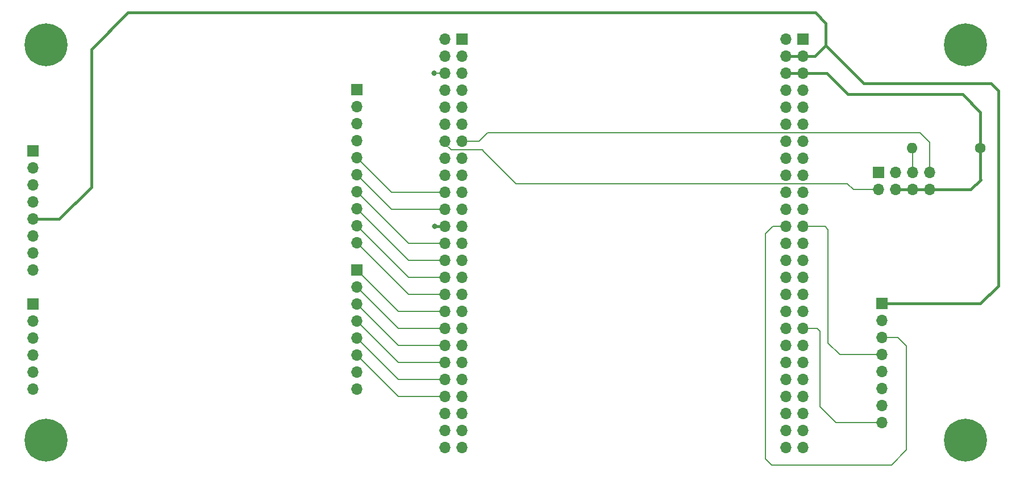
<source format=gbr>
%TF.GenerationSoftware,KiCad,Pcbnew,7.0.1*%
%TF.CreationDate,2023-05-07T16:57:40-06:00*%
%TF.ProjectId,Phase_C_STM_Shield,50686173-655f-4435-9f53-544d5f536869,rev?*%
%TF.SameCoordinates,Original*%
%TF.FileFunction,Copper,L1,Top*%
%TF.FilePolarity,Positive*%
%FSLAX46Y46*%
G04 Gerber Fmt 4.6, Leading zero omitted, Abs format (unit mm)*
G04 Created by KiCad (PCBNEW 7.0.1) date 2023-05-07 16:57:40*
%MOMM*%
%LPD*%
G01*
G04 APERTURE LIST*
%TA.AperFunction,ComponentPad*%
%ADD10R,1.700000X1.700000*%
%TD*%
%TA.AperFunction,ComponentPad*%
%ADD11O,1.700000X1.700000*%
%TD*%
%TA.AperFunction,ComponentPad*%
%ADD12C,6.400000*%
%TD*%
%TA.AperFunction,ComponentPad*%
%ADD13C,1.600000*%
%TD*%
%TA.AperFunction,ComponentPad*%
%ADD14O,1.600000X1.600000*%
%TD*%
%TA.AperFunction,ViaPad*%
%ADD15C,0.800000*%
%TD*%
%TA.AperFunction,Conductor*%
%ADD16C,0.203200*%
%TD*%
%TA.AperFunction,Conductor*%
%ADD17C,0.381000*%
%TD*%
G04 APERTURE END LIST*
D10*
%TO.P,J2,1,Pin_1*%
%TO.N,GND*%
X161452400Y-42036200D03*
D11*
%TO.P,J2,2,Pin_2*%
X158912400Y-42036200D03*
%TO.P,J2,3,Pin_3*%
%TO.N,+5V*%
X161452400Y-44576200D03*
%TO.P,J2,4,Pin_4*%
X158912400Y-44576200D03*
%TO.P,J2,5,Pin_5*%
%TO.N,+3V0*%
X161452400Y-47116200D03*
%TO.P,J2,6,Pin_6*%
X158912400Y-47116200D03*
%TO.P,J2,7,Pin_7*%
%TO.N,unconnected-(J2-Pin_7-Pad7)*%
X161452400Y-49656200D03*
%TO.P,J2,8,Pin_8*%
%TO.N,unconnected-(J2-Pin_8-Pad8)*%
X158912400Y-49656200D03*
%TO.P,J2,9,Pin_9*%
%TO.N,unconnected-(J2-Pin_9-Pad9)*%
X161452400Y-52196200D03*
%TO.P,J2,10,Pin_10*%
%TO.N,unconnected-(J2-Pin_10-Pad10)*%
X158912400Y-52196200D03*
%TO.P,J2,11,Pin_11*%
%TO.N,unconnected-(J2-Pin_11-Pad11)*%
X161452400Y-54736200D03*
%TO.P,J2,12,Pin_12*%
%TO.N,unconnected-(J2-Pin_12-Pad12)*%
X158912400Y-54736200D03*
%TO.P,J2,13,Pin_13*%
%TO.N,unconnected-(J2-Pin_13-Pad13)*%
X161452400Y-57276200D03*
%TO.P,J2,14,Pin_14*%
%TO.N,unconnected-(J2-Pin_14-Pad14)*%
X158912400Y-57276200D03*
%TO.P,J2,15,Pin_15*%
%TO.N,unconnected-(J2-Pin_15-Pad15)*%
X161452400Y-59816200D03*
%TO.P,J2,16,Pin_16*%
%TO.N,unconnected-(J2-Pin_16-Pad16)*%
X158912400Y-59816200D03*
%TO.P,J2,17,Pin_17*%
%TO.N,unconnected-(J2-Pin_17-Pad17)*%
X161452400Y-62356200D03*
%TO.P,J2,18,Pin_18*%
%TO.N,unconnected-(J2-Pin_18-Pad18)*%
X158912400Y-62356200D03*
%TO.P,J2,19,Pin_19*%
%TO.N,unconnected-(J2-Pin_19-Pad19)*%
X161452400Y-64896200D03*
%TO.P,J2,20,Pin_20*%
%TO.N,unconnected-(J2-Pin_20-Pad20)*%
X158912400Y-64896200D03*
%TO.P,J2,21,Pin_21*%
%TO.N,unconnected-(J2-Pin_21-Pad21)*%
X161452400Y-67436200D03*
%TO.P,J2,22,Pin_22*%
%TO.N,unconnected-(J2-Pin_22-Pad22)*%
X158912400Y-67436200D03*
%TO.P,J2,23,Pin_23*%
%TO.N,SDA*%
X161452400Y-69976200D03*
%TO.P,J2,24,Pin_24*%
%TO.N,SCL*%
X158912400Y-69976200D03*
%TO.P,J2,25,Pin_25*%
%TO.N,unconnected-(J2-Pin_25-Pad25)*%
X161452400Y-72516200D03*
%TO.P,J2,26,Pin_26*%
%TO.N,unconnected-(J2-Pin_26-Pad26)*%
X158912400Y-72516200D03*
%TO.P,J2,27,Pin_27*%
%TO.N,unconnected-(J2-Pin_27-Pad27)*%
X161452400Y-75056200D03*
%TO.P,J2,28,Pin_28*%
%TO.N,unconnected-(J2-Pin_28-Pad28)*%
X158912400Y-75056200D03*
%TO.P,J2,29,Pin_29*%
%TO.N,unconnected-(J2-Pin_29-Pad29)*%
X161452400Y-77596200D03*
%TO.P,J2,30,Pin_30*%
%TO.N,unconnected-(J2-Pin_30-Pad30)*%
X158912400Y-77596200D03*
%TO.P,J2,31,Pin_31*%
%TO.N,unconnected-(J2-Pin_31-Pad31)*%
X161452400Y-80136200D03*
%TO.P,J2,32,Pin_32*%
%TO.N,unconnected-(J2-Pin_32-Pad32)*%
X158912400Y-80136200D03*
%TO.P,J2,33,Pin_33*%
%TO.N,unconnected-(J2-Pin_33-Pad33)*%
X161452400Y-82676200D03*
%TO.P,J2,34,Pin_34*%
%TO.N,unconnected-(J2-Pin_34-Pad34)*%
X158912400Y-82676200D03*
%TO.P,J2,35,Pin_35*%
%TO.N,INT*%
X161452400Y-85216200D03*
%TO.P,J2,36,Pin_36*%
%TO.N,unconnected-(J2-Pin_36-Pad36)*%
X158912400Y-85216200D03*
%TO.P,J2,37,Pin_37*%
%TO.N,unconnected-(J2-Pin_37-Pad37)*%
X161452400Y-87756200D03*
%TO.P,J2,38,Pin_38*%
%TO.N,unconnected-(J2-Pin_38-Pad38)*%
X158912400Y-87756200D03*
%TO.P,J2,39,Pin_39*%
%TO.N,unconnected-(J2-Pin_39-Pad39)*%
X161452400Y-90296200D03*
%TO.P,J2,40,Pin_40*%
%TO.N,unconnected-(J2-Pin_40-Pad40)*%
X158912400Y-90296200D03*
%TO.P,J2,41,Pin_41*%
%TO.N,unconnected-(J2-Pin_41-Pad41)*%
X161452400Y-92836200D03*
%TO.P,J2,42,Pin_42*%
%TO.N,unconnected-(J2-Pin_42-Pad42)*%
X158912400Y-92836200D03*
%TO.P,J2,43,Pin_43*%
%TO.N,unconnected-(J2-Pin_43-Pad43)*%
X161452400Y-95376200D03*
%TO.P,J2,44,Pin_44*%
%TO.N,unconnected-(J2-Pin_44-Pad44)*%
X158912400Y-95376200D03*
%TO.P,J2,45,Pin_45*%
%TO.N,unconnected-(J2-Pin_45-Pad45)*%
X161452400Y-97916200D03*
%TO.P,J2,46,Pin_46*%
%TO.N,unconnected-(J2-Pin_46-Pad46)*%
X158912400Y-97916200D03*
%TO.P,J2,47,Pin_47*%
%TO.N,unconnected-(J2-Pin_47-Pad47)*%
X161452400Y-100456200D03*
%TO.P,J2,48,Pin_48*%
%TO.N,unconnected-(J2-Pin_48-Pad48)*%
X158912400Y-100456200D03*
%TO.P,J2,49,Pin_49*%
%TO.N,GND*%
X161452400Y-102996200D03*
%TO.P,J2,50,Pin_50*%
X158912400Y-102996200D03*
%TD*%
D12*
%TO.P,H3,1*%
%TO.N,N/C*%
X185699400Y-101879400D03*
%TD*%
D10*
%TO.P,J6,1,Pin_1*%
%TO.N,SH_CP*%
X94970600Y-76454000D03*
D11*
%TO.P,J6,2,Pin_2*%
%TO.N,Buzzer*%
X94970600Y-78994000D03*
%TO.P,J6,3,Pin_3*%
%TO.N,RED_LED*%
X94970600Y-81534000D03*
%TO.P,J6,4,Pin_4*%
%TO.N,GREEN_LED*%
X94970600Y-84074000D03*
%TO.P,J6,5,Pin_5*%
%TO.N,Button_2*%
X94970600Y-86614000D03*
%TO.P,J6,6,Pin_6*%
%TO.N,Button_1*%
X94970600Y-89154000D03*
%TO.P,J6,7,Pin_7*%
%TO.N,unconnected-(J6-Pin_7-Pad7)*%
X94970600Y-91694000D03*
%TO.P,J6,8,Pin_8*%
%TO.N,unconnected-(J6-Pin_8-Pad8)*%
X94970600Y-94234000D03*
%TD*%
D10*
%TO.P,J7,1,Pin_1*%
%TO.N,GND*%
X172704600Y-61930600D03*
D11*
%TO.P,J7,2,Pin_2*%
%TO.N,TX*%
X172704600Y-64470600D03*
%TO.P,J7,3,Pin_3*%
%TO.N,unconnected-(J7-Pin_3-Pad3)*%
X175244600Y-61930600D03*
%TO.P,J7,4,Pin_4*%
%TO.N,+3V0*%
X175244600Y-64470600D03*
%TO.P,J7,5,Pin_5*%
%TO.N,Net-(J7-Pin_5)*%
X177784600Y-61930600D03*
%TO.P,J7,6,Pin_6*%
%TO.N,+3V0*%
X177784600Y-64470600D03*
%TO.P,J7,7,Pin_7*%
%TO.N,RX*%
X180324600Y-61930600D03*
%TO.P,J7,8,Pin_8*%
%TO.N,+3V0*%
X180324600Y-64470600D03*
%TD*%
D10*
%TO.P,J1,1,Pin_1*%
%TO.N,GND*%
X110662400Y-42016200D03*
D11*
%TO.P,J1,2,Pin_2*%
X108122400Y-42016200D03*
%TO.P,J1,3,Pin_3*%
%TO.N,unconnected-(J1-Pin_3-Pad3)*%
X110662400Y-44556200D03*
%TO.P,J1,4,Pin_4*%
%TO.N,unconnected-(J1-Pin_4-Pad4)*%
X108122400Y-44556200D03*
%TO.P,J1,5,Pin_5*%
%TO.N,unconnected-(J1-Pin_5-Pad5)*%
X110662400Y-47096200D03*
%TO.P,J1,6,Pin_6*%
%TO.N,GND*%
X108122400Y-47096200D03*
%TO.P,J1,7,Pin_7*%
%TO.N,unconnected-(J1-Pin_7-Pad7)*%
X110662400Y-49636200D03*
%TO.P,J1,8,Pin_8*%
%TO.N,unconnected-(J1-Pin_8-Pad8)*%
X108122400Y-49636200D03*
%TO.P,J1,9,Pin_9*%
%TO.N,unconnected-(J1-Pin_9-Pad9)*%
X110662400Y-52176200D03*
%TO.P,J1,10,Pin_10*%
%TO.N,unconnected-(J1-Pin_10-Pad10)*%
X108122400Y-52176200D03*
%TO.P,J1,11,Pin_11*%
%TO.N,unconnected-(J1-Pin_11-Pad11)*%
X110662400Y-54716200D03*
%TO.P,J1,12,Pin_12*%
%TO.N,unconnected-(J1-Pin_12-Pad12)*%
X108122400Y-54716200D03*
%TO.P,J1,13,Pin_13*%
%TO.N,RX*%
X110662400Y-57256200D03*
%TO.P,J1,14,Pin_14*%
%TO.N,TX*%
X108122400Y-57256200D03*
%TO.P,J1,15,Pin_15*%
%TO.N,unconnected-(J1-Pin_15-Pad15)*%
X110662400Y-59796200D03*
%TO.P,J1,16,Pin_16*%
%TO.N,unconnected-(J1-Pin_16-Pad16)*%
X108122400Y-59796200D03*
%TO.P,J1,17,Pin_17*%
%TO.N,unconnected-(J1-Pin_17-Pad17)*%
X110662400Y-62336200D03*
%TO.P,J1,18,Pin_18*%
%TO.N,unconnected-(J1-Pin_18-Pad18)*%
X108122400Y-62336200D03*
%TO.P,J1,19,Pin_19*%
%TO.N,unconnected-(J1-Pin_19-Pad19)*%
X110662400Y-64876200D03*
%TO.P,J1,20,Pin_20*%
%TO.N,Dig1*%
X108122400Y-64876200D03*
%TO.P,J1,21,Pin_21*%
%TO.N,unconnected-(J1-Pin_21-Pad21)*%
X110662400Y-67416200D03*
%TO.P,J1,22,Pin_22*%
%TO.N,Dig2*%
X108122400Y-67416200D03*
%TO.P,J1,23,Pin_23*%
%TO.N,unconnected-(J1-Pin_23-Pad23)*%
X110662400Y-69956200D03*
%TO.P,J1,24,Pin_24*%
%TO.N,GND*%
X108122400Y-69956200D03*
%TO.P,J1,25,Pin_25*%
%TO.N,unconnected-(J1-Pin_25-Pad25)*%
X110662400Y-72496200D03*
%TO.P,J1,26,Pin_26*%
%TO.N,Dig3*%
X108122400Y-72496200D03*
%TO.P,J1,27,Pin_27*%
%TO.N,unconnected-(J1-Pin_27-Pad27)*%
X110662400Y-75036200D03*
%TO.P,J1,28,Pin_28*%
%TO.N,Dig4*%
X108122400Y-75036200D03*
%TO.P,J1,29,Pin_29*%
%TO.N,unconnected-(J1-Pin_29-Pad29)*%
X110662400Y-77576200D03*
%TO.P,J1,30,Pin_30*%
%TO.N,DS*%
X108122400Y-77576200D03*
%TO.P,J1,31,Pin_31*%
%TO.N,unconnected-(J1-Pin_31-Pad31)*%
X110662400Y-80116200D03*
%TO.P,J1,32,Pin_32*%
%TO.N,ST_CP*%
X108122400Y-80116200D03*
%TO.P,J1,33,Pin_33*%
%TO.N,unconnected-(J1-Pin_33-Pad33)*%
X110662400Y-82656200D03*
%TO.P,J1,34,Pin_34*%
%TO.N,SH_CP*%
X108122400Y-82656200D03*
%TO.P,J1,35,Pin_35*%
%TO.N,unconnected-(J1-Pin_35-Pad35)*%
X110662400Y-85196200D03*
%TO.P,J1,36,Pin_36*%
%TO.N,Buzzer*%
X108122400Y-85196200D03*
%TO.P,J1,37,Pin_37*%
%TO.N,unconnected-(J1-Pin_37-Pad37)*%
X110662400Y-87736200D03*
%TO.P,J1,38,Pin_38*%
%TO.N,RED_LED*%
X108122400Y-87736200D03*
%TO.P,J1,39,Pin_39*%
%TO.N,unconnected-(J1-Pin_39-Pad39)*%
X110662400Y-90276200D03*
%TO.P,J1,40,Pin_40*%
%TO.N,GREEN_LED*%
X108122400Y-90276200D03*
%TO.P,J1,41,Pin_41*%
%TO.N,unconnected-(J1-Pin_41-Pad41)*%
X110662400Y-92816200D03*
%TO.P,J1,42,Pin_42*%
%TO.N,Button_2*%
X108122400Y-92816200D03*
%TO.P,J1,43,Pin_43*%
%TO.N,unconnected-(J1-Pin_43-Pad43)*%
X110662400Y-95356200D03*
%TO.P,J1,44,Pin_44*%
%TO.N,Button_1*%
X108122400Y-95356200D03*
%TO.P,J1,45,Pin_45*%
%TO.N,unconnected-(J1-Pin_45-Pad45)*%
X110662400Y-97896200D03*
%TO.P,J1,46,Pin_46*%
%TO.N,unconnected-(J1-Pin_46-Pad46)*%
X108122400Y-97896200D03*
%TO.P,J1,47,Pin_47*%
%TO.N,unconnected-(J1-Pin_47-Pad47)*%
X110662400Y-100436200D03*
%TO.P,J1,48,Pin_48*%
%TO.N,unconnected-(J1-Pin_48-Pad48)*%
X108122400Y-100436200D03*
%TO.P,J1,49,Pin_49*%
%TO.N,GND*%
X110662400Y-102976200D03*
%TO.P,J1,50,Pin_50*%
X108122400Y-102976200D03*
%TD*%
D10*
%TO.P,J4,1,Pin_1*%
%TO.N,unconnected-(J4-Pin_1-Pad1)*%
X46710600Y-81534000D03*
D11*
%TO.P,J4,2,Pin_2*%
%TO.N,unconnected-(J4-Pin_2-Pad2)*%
X46710600Y-84074000D03*
%TO.P,J4,3,Pin_3*%
%TO.N,unconnected-(J4-Pin_3-Pad3)*%
X46710600Y-86614000D03*
%TO.P,J4,4,Pin_4*%
%TO.N,unconnected-(J4-Pin_4-Pad4)*%
X46710600Y-89154000D03*
%TO.P,J4,5,Pin_5*%
%TO.N,unconnected-(J4-Pin_5-Pad5)*%
X46710600Y-91694000D03*
%TO.P,J4,6,Pin_6*%
%TO.N,unconnected-(J4-Pin_6-Pad6)*%
X46710600Y-94234000D03*
%TD*%
D10*
%TO.P,J3,1,Pin_1*%
%TO.N,unconnected-(J3-Pin_1-Pad1)*%
X46710600Y-58674000D03*
D11*
%TO.P,J3,2,Pin_2*%
%TO.N,unconnected-(J3-Pin_2-Pad2)*%
X46710600Y-61214000D03*
%TO.P,J3,3,Pin_3*%
%TO.N,unconnected-(J3-Pin_3-Pad3)*%
X46710600Y-63754000D03*
%TO.P,J3,4,Pin_4*%
%TO.N,unconnected-(J3-Pin_4-Pad4)*%
X46710600Y-66294000D03*
%TO.P,J3,5,Pin_5*%
%TO.N,+5V*%
X46710600Y-68834000D03*
%TO.P,J3,6,Pin_6*%
%TO.N,GND*%
X46710600Y-71374000D03*
%TO.P,J3,7,Pin_7*%
X46710600Y-73914000D03*
%TO.P,J3,8,Pin_8*%
%TO.N,unconnected-(J3-Pin_8-Pad8)*%
X46710600Y-76454000D03*
%TD*%
D10*
%TO.P,J5,1,Pin_1*%
%TO.N,unconnected-(J5-Pin_1-Pad1)*%
X94970600Y-49530000D03*
D11*
%TO.P,J5,2,Pin_2*%
%TO.N,unconnected-(J5-Pin_2-Pad2)*%
X94970600Y-52070000D03*
%TO.P,J5,3,Pin_3*%
%TO.N,unconnected-(J5-Pin_3-Pad3)*%
X94970600Y-54610000D03*
%TO.P,J5,4,Pin_4*%
%TO.N,GND*%
X94970600Y-57150000D03*
%TO.P,J5,5,Pin_5*%
%TO.N,Dig1*%
X94970600Y-59690000D03*
%TO.P,J5,6,Pin_6*%
%TO.N,Dig2*%
X94970600Y-62230000D03*
%TO.P,J5,7,Pin_7*%
%TO.N,Dig3*%
X94970600Y-64770000D03*
%TO.P,J5,8,Pin_8*%
%TO.N,Dig4*%
X94970600Y-67310000D03*
%TO.P,J5,9,Pin_9*%
%TO.N,DS*%
X94970600Y-69850000D03*
%TO.P,J5,10,Pin_10*%
%TO.N,ST_CP*%
X94970600Y-72390000D03*
%TD*%
D13*
%TO.P,R1,1*%
%TO.N,+3V0*%
X187919200Y-58247600D03*
D14*
%TO.P,R1,2*%
%TO.N,Net-(J7-Pin_5)*%
X177759200Y-58247600D03*
%TD*%
D12*
%TO.P,H4,1*%
%TO.N,N/C*%
X48666400Y-101879400D03*
%TD*%
%TO.P,H1,1*%
%TO.N,N/C*%
X48666400Y-42849800D03*
%TD*%
D10*
%TO.P,J8,1,Pin_1*%
%TO.N,+5V*%
X173202600Y-81483200D03*
D11*
%TO.P,J8,2,Pin_2*%
%TO.N,GND*%
X173202600Y-84023200D03*
%TO.P,J8,3,Pin_3*%
%TO.N,SCL*%
X173202600Y-86563200D03*
%TO.P,J8,4,Pin_4*%
%TO.N,SDA*%
X173202600Y-89103200D03*
%TO.P,J8,5,Pin_5*%
%TO.N,unconnected-(J8-Pin_5-Pad5)*%
X173202600Y-91643200D03*
%TO.P,J8,6,Pin_6*%
%TO.N,unconnected-(J8-Pin_6-Pad6)*%
X173202600Y-94183200D03*
%TO.P,J8,7,Pin_7*%
%TO.N,unconnected-(J8-Pin_7-Pad7)*%
X173202600Y-96723200D03*
%TO.P,J8,8,Pin_8*%
%TO.N,INT*%
X173202600Y-99263200D03*
%TD*%
D12*
%TO.P,H2,1*%
%TO.N,N/C*%
X185699400Y-42824400D03*
%TD*%
D15*
%TO.N,GND*%
X106603800Y-69951600D03*
X106527600Y-47066200D03*
%TD*%
D16*
%TO.N,Dig1*%
X100156800Y-64876200D02*
X108122400Y-64876200D01*
X94970600Y-59690000D02*
X100156800Y-64876200D01*
%TO.N,Dig2*%
X94970600Y-62230000D02*
X100156800Y-67416200D01*
X100156800Y-67416200D02*
X108122400Y-67416200D01*
%TO.N,Dig3*%
X102696800Y-72496200D02*
X108122400Y-72496200D01*
X94970600Y-64770000D02*
X102696800Y-72496200D01*
%TO.N,Buzzer*%
X101172800Y-85196200D02*
X108122400Y-85196200D01*
X94970600Y-78994000D02*
X101172800Y-85196200D01*
D17*
%TO.N,GND*%
X106608400Y-69956200D02*
X106603800Y-69951600D01*
X108122400Y-69956200D02*
X106608400Y-69956200D01*
D16*
X106557600Y-47096200D02*
X106527600Y-47066200D01*
X108122400Y-47096200D02*
X106557600Y-47096200D01*
%TO.N,Dig4*%
X102696800Y-75036200D02*
X94970600Y-67310000D01*
X108122400Y-75036200D02*
X102696800Y-75036200D01*
%TO.N,DS*%
X108122400Y-77576200D02*
X102696800Y-77576200D01*
X102696800Y-77576200D02*
X94970600Y-69850000D01*
%TO.N,ST_CP*%
X108122400Y-80116200D02*
X102696800Y-80116200D01*
X102696800Y-80116200D02*
X94970600Y-72390000D01*
%TO.N,SH_CP*%
X101172800Y-82656200D02*
X94970600Y-76454000D01*
X108122400Y-82656200D02*
X101172800Y-82656200D01*
%TO.N,RED_LED*%
X101172800Y-87736200D02*
X94970600Y-81534000D01*
X108122400Y-87736200D02*
X101172800Y-87736200D01*
%TO.N,GREEN_LED*%
X101172800Y-90276200D02*
X94970600Y-84074000D01*
X108122400Y-90276200D02*
X101172800Y-90276200D01*
%TO.N,Button_2*%
X101172800Y-92816200D02*
X94970600Y-86614000D01*
X108122400Y-92816200D02*
X101172800Y-92816200D01*
%TO.N,Button_1*%
X101172800Y-95356200D02*
X94970600Y-89154000D01*
X108122400Y-95356200D02*
X101172800Y-95356200D01*
D17*
%TO.N,+5V*%
X46710600Y-68834000D02*
X50673000Y-68834000D01*
X173202600Y-81483200D02*
X187909200Y-81483200D01*
X60858400Y-38049200D02*
X163322000Y-38049200D01*
X189509400Y-48615600D02*
X170535600Y-48615600D01*
X170535600Y-48615600D02*
X164871400Y-42951400D01*
X50673000Y-68834000D02*
X55422800Y-64084200D01*
X163246600Y-44576200D02*
X161452400Y-44576200D01*
X164871400Y-39598600D02*
X164871400Y-42951400D01*
X163322000Y-38049200D02*
X164871400Y-39598600D01*
X190576200Y-78816200D02*
X190576200Y-49682400D01*
X190576200Y-49682400D02*
X189509400Y-48615600D01*
X55422800Y-64084200D02*
X55422800Y-43484800D01*
X55422800Y-43484800D02*
X60858400Y-38049200D01*
X164871400Y-42951400D02*
X163246600Y-44576200D01*
X158912400Y-44576200D02*
X161452400Y-44576200D01*
X187909200Y-81483200D02*
X190576200Y-78816200D01*
%TO.N,+3V0*%
X180324600Y-64470600D02*
X186456000Y-64470600D01*
X165023800Y-47091600D02*
X168173400Y-50241200D01*
X161452400Y-47116200D02*
X164999200Y-47116200D01*
X175244600Y-64470600D02*
X177784600Y-64470600D01*
X186456000Y-64470600D02*
X187960000Y-62966600D01*
X187919200Y-52943600D02*
X187919200Y-58247600D01*
X177784600Y-64470600D02*
X180324600Y-64470600D01*
X164999200Y-47116200D02*
X165023800Y-47091600D01*
X187960000Y-62966600D02*
X187919200Y-62925800D01*
X187919200Y-62925800D02*
X187919200Y-58247600D01*
X185216800Y-50241200D02*
X187919200Y-52943600D01*
X161452400Y-47116200D02*
X158912400Y-47116200D01*
X168173400Y-50241200D02*
X185216800Y-50241200D01*
D16*
%TO.N,SDA*%
X166928800Y-89103200D02*
X165201600Y-87376000D01*
X165201600Y-87376000D02*
X165201600Y-70434200D01*
X164743600Y-69976200D02*
X161452400Y-69976200D01*
X173202600Y-89103200D02*
X166928800Y-89103200D01*
X165201600Y-70434200D02*
X164743600Y-69976200D01*
%TO.N,SCL*%
X158912400Y-69976200D02*
X156947400Y-69976200D01*
X155905200Y-104673400D02*
X156794200Y-105562400D01*
X176885600Y-103327200D02*
X176885600Y-87833200D01*
X156947400Y-69976200D02*
X155905200Y-71018400D01*
X175615600Y-86563200D02*
X173202600Y-86563200D01*
X155905200Y-71018400D02*
X155905200Y-104673400D01*
X174650400Y-105562400D02*
X176885600Y-103327200D01*
X156794200Y-105562400D02*
X174650400Y-105562400D01*
X176885600Y-87833200D02*
X175615600Y-86563200D01*
%TO.N,RX*%
X113203200Y-57256200D02*
X114477800Y-55981600D01*
X180324600Y-57388600D02*
X180324600Y-61930600D01*
X110662400Y-57256200D02*
X113203200Y-57256200D01*
X114477800Y-55981600D02*
X178917600Y-55981600D01*
X178917600Y-55981600D02*
X180324600Y-57388600D01*
%TO.N,TX*%
X118745000Y-63576200D02*
X168071800Y-63576200D01*
X109016800Y-58547000D02*
X113715800Y-58547000D01*
X108122400Y-57652600D02*
X109016800Y-58547000D01*
X168966200Y-64470600D02*
X172704600Y-64470600D01*
X113715800Y-58547000D02*
X113906300Y-58737500D01*
X108122400Y-57256200D02*
X108122400Y-57779600D01*
X168071800Y-63576200D02*
X168966200Y-64470600D01*
X108122400Y-57256200D02*
X108122400Y-57652600D01*
X113906300Y-58737500D02*
X118745000Y-63576200D01*
%TO.N,Net-(J7-Pin_5)*%
X177784600Y-58273000D02*
X177759200Y-58247600D01*
X177784600Y-61930600D02*
X177784600Y-58273000D01*
%TO.N,INT*%
X161452400Y-85216200D02*
X163575200Y-85216200D01*
X163982400Y-85623400D02*
X163982400Y-96850200D01*
X163982400Y-96850200D02*
X166395400Y-99263200D01*
X163575200Y-85216200D02*
X163982400Y-85623400D01*
X166395400Y-99263200D02*
X173202600Y-99263200D01*
%TD*%
M02*

</source>
